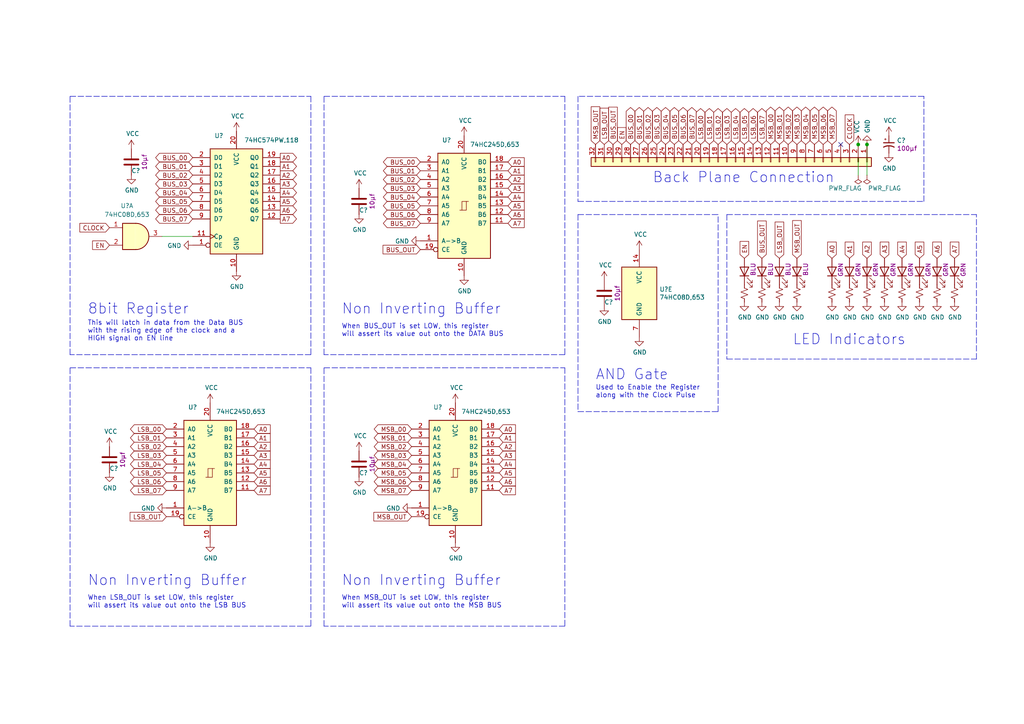
<source format=kicad_sch>
(kicad_sch (version 20211123) (generator eeschema)
  (paper "A4")
  (title_block (title "8-bit General Purpose Register") (date "2022-01-18") (rev "2") (company "theWickedWebDev/8-bit-computer"))
  (lib_symbols
    (symbol "74xx:74LS08" (pin_names (offset 1.016))
      (property "Reference" "U" (at 0 1.27 0))
      (property "Value" "74LS08" (at 0 -1.27 0))
      (symbol "74LS08_1_1"
        (pin input line (at -7.62 2.54 0) (length 3.81) (name "~") (number "1"))
        (pin input line (at -7.62 -2.54 0) (length 3.81) (name "~") (number "2"))
        (pin output line (at 7.62 0 180) (length 3.81) (name "~") (number "3"))
      )
      (symbol "74LS08_1_2"
        (pin input inverted (at -7.62 2.54 0) (length 4.318) (name "~") (number "1"))
        (pin input inverted (at -7.62 -2.54 0) (length 4.318) (name "~") (number "2"))
        (pin output inverted (at 7.62 0 180) (length 3.81) (name "~") (number "3"))
      )
      (symbol "74LS08_2_1"
        (pin input line (at -7.62 2.54 0) (length 3.81) (name "~") (number "4"))
        (pin input line (at -7.62 -2.54 0) (length 3.81) (name "~") (number "5"))
        (pin output line (at 7.62 0 180) (length 3.81) (name "~") (number "6"))
      )
      (symbol "74LS08_2_2"
        (pin input inverted (at -7.62 2.54 0) (length 4.318) (name "~") (number "4"))
        (pin input inverted (at -7.62 -2.54 0) (length 4.318) (name "~") (number "5"))
        (pin output inverted (at 7.62 0 180) (length 3.81) (name "~") (number "6"))
      )
      (symbol "74LS08_3_1"
        (pin input line (at -7.62 -2.54 0) (length 3.81) (name "~") (number "10"))
        (pin output line (at 7.62 0 180) (length 3.81) (name "~") (number "8"))
        (pin input line (at -7.62 2.54 0) (length 3.81) (name "~") (number "9"))
      )
      (symbol "74LS08_3_2"
        (pin input inverted (at -7.62 -2.54 0) (length 4.318) (name "~") (number "10"))
        (pin output inverted (at 7.62 0 180) (length 3.81) (name "~") (number "8"))
        (pin input inverted (at -7.62 2.54 0) (length 4.318) (name "~") (number "9"))
      )
      (symbol "74LS08_4_1"
        (pin output line (at 7.62 0 180) (length 3.81) (name "~") (number "11"))
        (pin input line (at -7.62 2.54 0) (length 3.81) (name "~") (number "12"))
        (pin input line (at -7.62 -2.54 0) (length 3.81) (name "~") (number "13"))
      )
      (symbol "74LS08_4_2"
        (pin output inverted (at 7.62 0 180) (length 3.81) (name "~") (number "11"))
        (pin input inverted (at -7.62 2.54 0) (length 4.318) (name "~") (number "12"))
        (pin input inverted (at -7.62 -2.54 0) (length 4.318) (name "~") (number "13"))
      )
      (symbol "74LS08_5_0"
        (pin power_in line (at 0 12.7 270) (length 5.08) (name "VCC") (number "14"))
        (pin power_in line (at 0 -12.7 90) (length 5.08) (name "GND") (number "7"))
      )
    )
    (symbol "74xx:74LS245" (pin_names (offset 1.016))
      (property "Reference" "U" (at -7.62 16.51 0))
      (property "Value" "74LS245" (at -7.62 -16.51 0))
      (symbol "74LS245_1_0"
        (pin input line (at -12.7 -10.16 0) (length 5.08) (name "A->B") (number "1"))
        (pin power_in line (at 0 -20.32 90) (length 5.08) (name "GND") (number "10"))
        (pin tri_state line (at 12.7 -5.08 180) (length 5.08) (name "B7") (number "11"))
        (pin tri_state line (at 12.7 -2.54 180) (length 5.08) (name "B6") (number "12"))
        (pin tri_state line (at 12.7 0 180) (length 5.08) (name "B5") (number "13"))
        (pin tri_state line (at 12.7 2.54 180) (length 5.08) (name "B4") (number "14"))
        (pin tri_state line (at 12.7 5.08 180) (length 5.08) (name "B3") (number "15"))
        (pin tri_state line (at 12.7 7.62 180) (length 5.08) (name "B2") (number "16"))
        (pin tri_state line (at 12.7 10.16 180) (length 5.08) (name "B1") (number "17"))
        (pin tri_state line (at 12.7 12.7 180) (length 5.08) (name "B0") (number "18"))
        (pin input inverted (at -12.7 -12.7 0) (length 5.08) (name "CE") (number "19"))
        (pin tri_state line (at -12.7 12.7 0) (length 5.08) (name "A0") (number "2"))
        (pin power_in line (at 0 20.32 270) (length 5.08) (name "VCC") (number "20"))
        (pin tri_state line (at -12.7 10.16 0) (length 5.08) (name "A1") (number "3"))
        (pin tri_state line (at -12.7 7.62 0) (length 5.08) (name "A2") (number "4"))
        (pin tri_state line (at -12.7 5.08 0) (length 5.08) (name "A3") (number "5"))
        (pin tri_state line (at -12.7 2.54 0) (length 5.08) (name "A4") (number "6"))
        (pin tri_state line (at -12.7 0 0) (length 5.08) (name "A5") (number "7"))
        (pin tri_state line (at -12.7 -2.54 0) (length 5.08) (name "A6") (number "8"))
        (pin tri_state line (at -12.7 -5.08 0) (length 5.08) (name "A7") (number "9"))
      )
    )
    (symbol "74xx:74LS574" (pin_names (offset 1.016))
      (property "Reference" "U" (at -7.62 16.51 0))
      (property "Value" "74LS574" (at -7.62 -16.51 0))
      (symbol "74LS574_1_0"
        (pin input inverted (at -12.7 -12.7 0) (length 5.08) (name "OE") (number "1"))
        (pin power_in line (at 0 -20.32 90) (length 5.08) (name "GND") (number "10"))
        (pin input clock (at -12.7 -10.16 0) (length 5.08) (name "Cp") (number "11"))
        (pin tri_state line (at 12.7 -5.08 180) (length 5.08) (name "Q7") (number "12"))
        (pin tri_state line (at 12.7 -2.54 180) (length 5.08) (name "Q6") (number "13"))
        (pin tri_state line (at 12.7 0 180) (length 5.08) (name "Q5") (number "14"))
        (pin tri_state line (at 12.7 2.54 180) (length 5.08) (name "Q4") (number "15"))
        (pin tri_state line (at 12.7 5.08 180) (length 5.08) (name "Q3") (number "16"))
        (pin tri_state line (at 12.7 7.62 180) (length 5.08) (name "Q2") (number "17"))
        (pin tri_state line (at 12.7 10.16 180) (length 5.08) (name "Q1") (number "18"))
        (pin tri_state line (at 12.7 12.7 180) (length 5.08) (name "Q0") (number "19"))
        (pin input line (at -12.7 12.7 0) (length 5.08) (name "D0") (number "2"))
        (pin power_in line (at 0 20.32 270) (length 5.08) (name "VCC") (number "20"))
        (pin input line (at -12.7 10.16 0) (length 5.08) (name "D1") (number "3"))
        (pin input line (at -12.7 7.62 0) (length 5.08) (name "D2") (number "4"))
        (pin input line (at -12.7 5.08 0) (length 5.08) (name "D3") (number "5"))
        (pin input line (at -12.7 2.54 0) (length 5.08) (name "D4") (number "6"))
        (pin input line (at -12.7 0 0) (length 5.08) (name "D5") (number "7"))
        (pin input line (at -12.7 -2.54 0) (length 5.08) (name "D6") (number "8"))
        (pin input line (at -12.7 -5.08 0) (length 5.08) (name "D7") (number "9"))
      )
    )
    (symbol "Connector_Generic:Conn_01x32" (pin_names (offset 1.016) hide)
      (property "Reference" "J" (at 0 40.64 0))
      (property "Value" "Conn_01x32" (at 0 -43.18 0))
      (symbol "Conn_01x32_1_1"
        (pin passive line (at -5.08 38.1 0) (length 3.81) (name "Pin_1") (number "1"))
        (pin passive line (at -5.08 15.24 0) (length 3.81) (name "Pin_10") (number "10"))
        (pin passive line (at -5.08 12.7 0) (length 3.81) (name "Pin_11") (number "11"))
        (pin passive line (at -5.08 10.16 0) (length 3.81) (name "Pin_12") (number "12"))
        (pin passive line (at -5.08 7.62 0) (length 3.81) (name "Pin_13") (number "13"))
        (pin passive line (at -5.08 5.08 0) (length 3.81) (name "Pin_14") (number "14"))
        (pin passive line (at -5.08 2.54 0) (length 3.81) (name "Pin_15") (number "15"))
        (pin passive line (at -5.08 0 0) (length 3.81) (name "Pin_16") (number "16"))
        (pin passive line (at -5.08 -2.54 0) (length 3.81) (name "Pin_17") (number "17"))
        (pin passive line (at -5.08 -5.08 0) (length 3.81) (name "Pin_18") (number "18"))
        (pin passive line (at -5.08 -7.62 0) (length 3.81) (name "Pin_19") (number "19"))
        (pin passive line (at -5.08 35.56 0) (length 3.81) (name "Pin_2") (number "2"))
        (pin passive line (at -5.08 -10.16 0) (length 3.81) (name "Pin_20") (number "20"))
        (pin passive line (at -5.08 -12.7 0) (length 3.81) (name "Pin_21") (number "21"))
        (pin passive line (at -5.08 -15.24 0) (length 3.81) (name "Pin_22") (number "22"))
        (pin passive line (at -5.08 -17.78 0) (length 3.81) (name "Pin_23") (number "23"))
        (pin passive line (at -5.08 -20.32 0) (length 3.81) (name "Pin_24") (number "24"))
        (pin passive line (at -5.08 -22.86 0) (length 3.81) (name "Pin_25") (number "25"))
        (pin passive line (at -5.08 -25.4 0) (length 3.81) (name "Pin_26") (number "26"))
        (pin passive line (at -5.08 -27.94 0) (length 3.81) (name "Pin_27") (number "27"))
        (pin passive line (at -5.08 -30.48 0) (length 3.81) (name "Pin_28") (number "28"))
        (pin passive line (at -5.08 -33.02 0) (length 3.81) (name "Pin_29") (number "29"))
        (pin passive line (at -5.08 33.02 0) (length 3.81) (name "Pin_3") (number "3"))
        (pin passive line (at -5.08 -35.56 0) (length 3.81) (name "Pin_30") (number "30"))
        (pin passive line (at -5.08 -38.1 0) (length 3.81) (name "Pin_31") (number "31"))
        (pin passive line (at -5.08 -40.64 0) (length 3.81) (name "Pin_32") (number "32"))
        (pin passive line (at -5.08 30.48 0) (length 3.81) (name "Pin_4") (number "4"))
        (pin passive line (at -5.08 27.94 0) (length 3.81) (name "Pin_5") (number "5"))
        (pin passive line (at -5.08 25.4 0) (length 3.81) (name "Pin_6") (number "6"))
        (pin passive line (at -5.08 22.86 0) (length 3.81) (name "Pin_7") (number "7"))
        (pin passive line (at -5.08 20.32 0) (length 3.81) (name "Pin_8") (number "8"))
        (pin passive line (at -5.08 17.78 0) (length 3.81) (name "Pin_9") (number "9"))
      )
    )
    (symbol "Device:C" (pin_numbers hide) (pin_names (offset 0.254))
      (property "Reference" "C" (at 0.635 2.54 0))
      (property "Value" "C" (at 0.635 -2.54 0))
      (symbol "C_1_1"
        (pin passive line (at 0 3.81 270) (length 2.794) (name "~") (number "1"))
        (pin passive line (at 0 -3.81 90) (length 2.794) (name "~") (number "2"))
      )
    )
    (symbol "Device:CP1_Small" (pin_numbers hide) (pin_names (offset 0.254) hide)
      (property "Reference" "C" (at 0.254 1.778 0))
      (property "Value" "Device_CP1_Small" (at 0.254 -2.032 0))
      (symbol "CP1_Small_1_1"
        (pin passive line (at 0 2.54 270) (length 2.032) (name "~") (number "1"))
        (pin passive line (at 0 -2.54 90) (length 2.032) (name "~") (number "2"))
      )
    )
    (symbol "Device:LED" (pin_numbers hide) (pin_names (offset 1.016) hide)
      (property "Reference" "D" (at 0 2.54 0))
      (property "Value" "LED" (at 0 -2.54 0))
      (symbol "LED_1_1"
        (pin passive line (at -3.81 0 0) (length 2.54) (name "K") (number "1"))
        (pin passive line (at 3.81 0 180) (length 2.54) (name "A") (number "2"))
      )
    )
    (symbol "Device:R_Small_US" (pin_numbers hide) (pin_names (offset 0.254) hide)
      (property "Reference" "R" (at 0.762 0.508 0))
      (property "Value" "R_Small_US" (at 0.762 -1.016 0))
      (symbol "R_Small_US_1_1"
        (pin passive line (at 0 2.54 270) (length 1.016) (name "~") (number "1"))
        (pin passive line (at 0 -2.54 90) (length 1.016) (name "~") (number "2"))
      )
    )
    (symbol "power:GND" (power) (pin_names (offset 0))
      (property "Value" "GND" (at 0 -3.81 0))
      (symbol "GND_1_1"
        (pin power_in line (at 0 0 270) (length 0) hide (name "GND") (number "1"))
      )
    )
    (symbol "power:PWR_FLAG" (power) (pin_numbers hide) (pin_names (offset 0) hide)
      (property "Value" "PWR_FLAG" (at 0 3.81 0))
      (symbol "PWR_FLAG_0_0"
        (pin power_out line (at 0 0 90) (length 0) (name "pwr") (number "1"))
      )
    )
    (symbol "power:VCC" (power) (pin_names (offset 0))
      (property "Value" "VCC" (at 0 3.81 0))
      (symbol "VCC_1_1"
        (pin power_in line (at 0 0 90) (length 0) hide (name "VCC") (number "1"))
      )
    )
  )
  (junction (at 251.46 41.91))
  (junction (at 248.92 41.91))
  (no_connect (at 243.84 41.91))
  (polyline (pts (xy 167.64 119.38) (xy 208.28 119.38)))
  (wire (pts (xy 248.92 50.8) (xy 248.92 41.91)))
  (wire (pts (xy 251.46 50.8) (xy 251.46 41.91)))
  (polyline (pts (xy 163.83 106.68) (xy 163.83 181.61)))
  (polyline (pts (xy 167.64 62.23) (xy 167.64 119.38)))
  (polyline (pts (xy 210.82 62.23) (xy 210.82 104.14)))
  (polyline (pts (xy 283.21 104.14) (xy 283.21 62.23)))
  (polyline (pts (xy 93.98 102.87) (xy 93.98 27.94)))
  (polyline (pts (xy 90.17 181.61) (xy 20.32 181.61)))
  (polyline (pts (xy 267.97 58.42) (xy 267.97 27.94)))
  (polyline (pts (xy 20.32 102.87) (xy 20.32 27.94)))
  (polyline (pts (xy 163.83 27.94) (xy 163.83 102.87)))
  (polyline (pts (xy 90.17 106.68) (xy 90.17 181.61)))
  (polyline (pts (xy 93.98 106.68) (xy 163.83 106.68)))
  (polyline (pts (xy 167.64 27.94) (xy 167.64 58.42)))
  (polyline (pts (xy 167.64 58.42) (xy 267.97 58.42)))
  (polyline (pts (xy 93.98 27.94) (xy 163.83 27.94)))
  (polyline (pts (xy 210.82 62.23) (xy 283.21 62.23)))
  (polyline (pts (xy 208.28 119.38) (xy 208.28 62.23)))
  (polyline (pts (xy 93.98 181.61) (xy 93.98 106.68)))
  (polyline (pts (xy 163.83 181.61) (xy 93.98 181.61)))
  (polyline (pts (xy 90.17 102.87) (xy 20.32 102.87)))
  (wire (pts (xy 46.99 68.58) (xy 55.88 68.58)))
  (polyline (pts (xy 90.17 27.94) (xy 90.17 102.87)))
  (polyline (pts (xy 20.32 106.68) (xy 90.17 106.68)))
  (polyline (pts (xy 20.32 181.61) (xy 20.32 106.68)))
  (polyline (pts (xy 163.83 102.87) (xy 93.98 102.87)))
  (polyline (pts (xy 20.32 27.94) (xy 90.17 27.94)))
  (polyline (pts (xy 267.97 27.94) (xy 167.64 27.94)))
  (polyline (pts (xy 167.64 62.23) (xy 208.28 62.23)))
  (polyline (pts (xy 210.82 104.14) (xy 283.21 104.14)))
  (text "When LSB_OUT is set LOW, this register\nwill assert its value out onto the LSB BUS" (at 25.4 176.53 0) (effects (font (size 1.397 1.397)) (justify left bottom)))
  (text "When BUS_OUT is set LOW, this register\nwill assert its value out onto the DATA BUS" (at 99.06 97.79 0) (effects (font (size 1.397 1.397)) (justify left bottom)))
  (text "AND Gate" (at 172.72 110.49 0) (effects (font (size 2.9972 2.9972)) (justify left bottom)))
  (text "This will latch in data from the Data BUS\nwith the rising edge of the clock and a\nHIGH signal on EN line" (at 25.4 99.06 0) (effects (font (size 1.397 1.397)) (justify left bottom)))
  (text "Used to Enable the Register\nalong with the Clock Pulse" (at 172.72 115.57 0) (effects (font (size 1.397 1.397)) (justify left bottom)))
  (text "Non Inverting Buffer" (at 99.06 170.18 0) (effects (font (size 2.9972 2.9972)) (justify left bottom)))
  (text "LED Indicators" (at 229.87 100.33 0) (effects (font (size 2.9972 2.9972)) (justify left bottom)))
  (text "Non Inverting Buffer" (at 25.4 170.18 0) (effects (font (size 2.9972 2.9972)) (justify left bottom)))
  (text "Back Plane Connection" (at 189.23 53.34 0) (effects (font (size 2.9972 2.9972)) (justify left bottom)))
  (text "When MSB_OUT is set LOW, this register\nwill assert its value out onto the MSB BUS" (at 99.06 176.53 0) (effects (font (size 1.397 1.397)) (justify left bottom)))
  (text "8bit Register" (at 25.4 91.44 0) (effects (font (size 2.9972 2.9972)) (justify left bottom)))
  (text "Non Inverting Buffer" (at 99.06 91.44 0) (effects (font (size 2.9972 2.9972)) (justify left bottom)))
  (global_label "BUS_06" (shape tri_state) (at 55.88 60.96 180) (property "Intersheet References" "${INTERSHEET_REFS}" (effects hide)))
  (global_label "MSB_04" (shape tri_state) (at 119.38 134.62 180) (property "Intersheet References" "${INTERSHEET_REFS}" (effects hide)))
  (global_label "A2" (shape input) (at 147.32 52.07 0) (property "Intersheet References" "${INTERSHEET_REFS}" (effects hide)))
  (global_label "LSB_04" (shape tri_state) (at 48.26 134.62 180) (property "Intersheet References" "${INTERSHEET_REFS}" (effects hide)))
  (global_label "MSB_05" (shape tri_state) (at 236.22 41.91 90) (property "Intersheet References" "${INTERSHEET_REFS}" (effects hide)))
  (global_label "LSB_02" (shape tri_state) (at 208.28 41.91 90) (property "Intersheet References" "${INTERSHEET_REFS}" (effects hide)))
  (global_label "MSB_03" (shape tri_state) (at 231.14 41.91 90) (property "Intersheet References" "${INTERSHEET_REFS}" (effects hide)))
  (global_label "BUS_02" (shape tri_state) (at 121.92 52.07 180) (property "Intersheet References" "${INTERSHEET_REFS}" (effects hide)))
  (global_label "LSB_01" (shape tri_state) (at 205.74 41.91 90) (property "Intersheet References" "${INTERSHEET_REFS}" (effects hide)))
  (global_label "A3" (shape output) (at 81.28 53.34 0) (property "Intersheet References" "${INTERSHEET_REFS}" (effects hide)))
  (global_label "A4" (shape input) (at 147.32 57.15 0) (property "Intersheet References" "${INTERSHEET_REFS}" (effects hide)))
  (global_label "A5" (shape input) (at 73.66 137.16 0) (property "Intersheet References" "${INTERSHEET_REFS}" (effects hide)))
  (global_label "EN" (shape input) (at 180.34 41.91 90) (property "Intersheet References" "${INTERSHEET_REFS}" (effects hide)))
  (global_label "BUS_00" (shape tri_state) (at 121.92 46.99 180) (property "Intersheet References" "${INTERSHEET_REFS}" (effects hide)))
  (global_label "BUS_07" (shape tri_state) (at 200.66 41.91 90) (property "Intersheet References" "${INTERSHEET_REFS}" (effects hide)))
  (global_label "LSB_05" (shape tri_state) (at 215.9 41.91 90) (property "Intersheet References" "${INTERSHEET_REFS}" (effects hide)))
  (global_label "BUS_OUT" (shape input) (at 220.98 74.93 90) (property "Intersheet References" "${INTERSHEET_REFS}" (effects hide)))
  (global_label "A2" (shape output) (at 81.28 50.8 0) (property "Intersheet References" "${INTERSHEET_REFS}" (effects hide)))
  (global_label "BUS_OUT" (shape input) (at 177.8 41.91 90) (property "Intersheet References" "${INTERSHEET_REFS}" (effects hide)))
  (global_label "A6" (shape input) (at 147.32 62.23 0) (property "Intersheet References" "${INTERSHEET_REFS}" (effects hide)))
  (global_label "A4" (shape input) (at 144.78 134.62 0) (property "Intersheet References" "${INTERSHEET_REFS}" (effects hide)))
  (global_label "A7" (shape input) (at 144.78 142.24 0) (property "Intersheet References" "${INTERSHEET_REFS}" (effects hide)))
  (global_label "MSB_03" (shape tri_state) (at 119.38 132.08 180) (property "Intersheet References" "${INTERSHEET_REFS}" (effects hide)))
  (global_label "LSB_OUT" (shape input) (at 48.26 149.86 180) (property "Intersheet References" "${INTERSHEET_REFS}" (effects hide)))
  (global_label "A1" (shape input) (at 246.38 74.93 90) (property "Intersheet References" "${INTERSHEET_REFS}" (effects hide)))
  (global_label "BUS_01" (shape tri_state) (at 121.92 49.53 180) (property "Intersheet References" "${INTERSHEET_REFS}" (effects hide)))
  (global_label "LSB_07" (shape tri_state) (at 220.98 41.91 90) (property "Intersheet References" "${INTERSHEET_REFS}" (effects hide)))
  (global_label "MSB_OUT" (shape input) (at 231.14 74.93 90) (property "Intersheet References" "${INTERSHEET_REFS}" (effects hide)))
  (global_label "A7" (shape input) (at 276.86 74.93 90) (property "Intersheet References" "${INTERSHEET_REFS}" (effects hide)))
  (global_label "BUS_02" (shape tri_state) (at 55.88 50.8 180) (property "Intersheet References" "${INTERSHEET_REFS}" (effects hide)))
  (global_label "A6" (shape input) (at 144.78 139.7 0) (property "Intersheet References" "${INTERSHEET_REFS}" (effects hide)))
  (global_label "BUS_01" (shape tri_state) (at 55.88 48.26 180) (property "Intersheet References" "${INTERSHEET_REFS}" (effects hide)))
  (global_label "A1" (shape input) (at 73.66 127 0) (property "Intersheet References" "${INTERSHEET_REFS}" (effects hide)))
  (global_label "A7" (shape output) (at 81.28 63.5 0) (property "Intersheet References" "${INTERSHEET_REFS}" (effects hide)))
  (global_label "A7" (shape input) (at 73.66 142.24 0) (property "Intersheet References" "${INTERSHEET_REFS}" (effects hide)))
  (global_label "A3" (shape input) (at 256.54 74.93 90) (property "Intersheet References" "${INTERSHEET_REFS}" (effects hide)))
  (global_label "A1" (shape input) (at 144.78 127 0) (property "Intersheet References" "${INTERSHEET_REFS}" (effects hide)))
  (global_label "A5" (shape input) (at 144.78 137.16 0) (property "Intersheet References" "${INTERSHEET_REFS}" (effects hide)))
  (global_label "A5" (shape output) (at 81.28 58.42 0) (property "Intersheet References" "${INTERSHEET_REFS}" (effects hide)))
  (global_label "MSB_OUT" (shape input) (at 172.72 41.91 90) (property "Intersheet References" "${INTERSHEET_REFS}" (effects hide)))
  (global_label "BUS_03" (shape tri_state) (at 55.88 53.34 180) (property "Intersheet References" "${INTERSHEET_REFS}" (effects hide)))
  (global_label "BUS_01" (shape tri_state) (at 185.42 41.91 90) (property "Intersheet References" "${INTERSHEET_REFS}" (effects hide)))
  (global_label "LSB_01" (shape tri_state) (at 48.26 127 180) (property "Intersheet References" "${INTERSHEET_REFS}" (effects hide)))
  (global_label "A1" (shape input) (at 147.32 49.53 0) (property "Intersheet References" "${INTERSHEET_REFS}" (effects hide)))
  (global_label "MSB_02" (shape tri_state) (at 119.38 129.54 180) (property "Intersheet References" "${INTERSHEET_REFS}" (effects hide)))
  (global_label "A6" (shape output) (at 81.28 60.96 0) (property "Intersheet References" "${INTERSHEET_REFS}" (effects hide)))
  (global_label "EN" (shape input) (at 31.75 71.12 180) (property "Intersheet References" "${INTERSHEET_REFS}" (effects hide)))
  (global_label "A4" (shape output) (at 81.28 55.88 0) (property "Intersheet References" "${INTERSHEET_REFS}" (effects hide)))
  (global_label "MSB_05" (shape tri_state) (at 119.38 137.16 180) (property "Intersheet References" "${INTERSHEET_REFS}" (effects hide)))
  (global_label "A0" (shape input) (at 73.66 124.46 0) (property "Intersheet References" "${INTERSHEET_REFS}" (effects hide)))
  (global_label "MSB_04" (shape tri_state) (at 233.68 41.91 90) (property "Intersheet References" "${INTERSHEET_REFS}" (effects hide)))
  (global_label "LSB_05" (shape tri_state) (at 48.26 137.16 180) (property "Intersheet References" "${INTERSHEET_REFS}" (effects hide)))
  (global_label "BUS_07" (shape tri_state) (at 55.88 63.5 180) (property "Intersheet References" "${INTERSHEET_REFS}" (effects hide)))
  (global_label "MSB_07" (shape tri_state) (at 241.3 41.91 90) (property "Intersheet References" "${INTERSHEET_REFS}" (effects hide)))
  (global_label "BUS_03" (shape tri_state) (at 121.92 54.61 180) (property "Intersheet References" "${INTERSHEET_REFS}" (effects hide)))
  (global_label "MSB_00" (shape tri_state) (at 119.38 124.46 180) (property "Intersheet References" "${INTERSHEET_REFS}" (effects hide)))
  (global_label "A4" (shape input) (at 73.66 134.62 0) (property "Intersheet References" "${INTERSHEET_REFS}" (effects hide)))
  (global_label "A3" (shape input) (at 147.32 54.61 0) (property "Intersheet References" "${INTERSHEET_REFS}" (effects hide)))
  (global_label "A0" (shape output) (at 81.28 45.72 0) (property "Intersheet References" "${INTERSHEET_REFS}" (effects hide)))
  (global_label "BUS_04" (shape tri_state) (at 55.88 55.88 180) (property "Intersheet References" "${INTERSHEET_REFS}" (effects hide)))
  (global_label "BUS_OUT" (shape input) (at 121.92 72.39 180) (property "Intersheet References" "${INTERSHEET_REFS}" (effects hide)))
  (global_label "BUS_06" (shape tri_state) (at 121.92 62.23 180) (property "Intersheet References" "${INTERSHEET_REFS}" (effects hide)))
  (global_label "BUS_03" (shape tri_state) (at 190.5 41.91 90) (property "Intersheet References" "${INTERSHEET_REFS}" (effects hide)))
  (global_label "A2" (shape input) (at 144.78 129.54 0) (property "Intersheet References" "${INTERSHEET_REFS}" (effects hide)))
  (global_label "BUS_02" (shape tri_state) (at 187.96 41.91 90) (property "Intersheet References" "${INTERSHEET_REFS}" (effects hide)))
  (global_label "A1" (shape output) (at 81.28 48.26 0) (property "Intersheet References" "${INTERSHEET_REFS}" (effects hide)))
  (global_label "A6" (shape input) (at 73.66 139.7 0) (property "Intersheet References" "${INTERSHEET_REFS}" (effects hide)))
  (global_label "MSB_01" (shape tri_state) (at 119.38 127 180) (property "Intersheet References" "${INTERSHEET_REFS}" (effects hide)))
  (global_label "BUS_05" (shape tri_state) (at 55.88 58.42 180) (property "Intersheet References" "${INTERSHEET_REFS}" (effects hide)))
  (global_label "CLOCK" (shape input) (at 31.75 66.04 180) (property "Intersheet References" "${INTERSHEET_REFS}" (effects hide)))
  (global_label "BUS_06" (shape tri_state) (at 198.12 41.91 90) (property "Intersheet References" "${INTERSHEET_REFS}" (effects hide)))
  (global_label "BUS_05" (shape tri_state) (at 195.58 41.91 90) (property "Intersheet References" "${INTERSHEET_REFS}" (effects hide)))
  (global_label "LSB_03" (shape tri_state) (at 48.26 132.08 180) (property "Intersheet References" "${INTERSHEET_REFS}" (effects hide)))
  (global_label "BUS_05" (shape tri_state) (at 121.92 59.69 180) (property "Intersheet References" "${INTERSHEET_REFS}" (effects hide)))
  (global_label "LSB_OUT" (shape input) (at 226.06 74.93 90) (property "Intersheet References" "${INTERSHEET_REFS}" (effects hide)))
  (global_label "LSB_03" (shape tri_state) (at 210.82 41.91 90) (property "Intersheet References" "${INTERSHEET_REFS}" (effects hide)))
  (global_label "LSB_OUT" (shape input) (at 175.26 41.91 90) (property "Intersheet References" "${INTERSHEET_REFS}" (effects hide)))
  (global_label "BUS_04" (shape tri_state) (at 121.92 57.15 180) (property "Intersheet References" "${INTERSHEET_REFS}" (effects hide)))
  (global_label "CLOCK" (shape input) (at 246.38 41.91 90) (property "Intersheet References" "${INTERSHEET_REFS}" (effects hide)))
  (global_label "MSB_01" (shape tri_state) (at 226.06 41.91 90) (property "Intersheet References" "${INTERSHEET_REFS}" (effects hide)))
  (global_label "LSB_06" (shape tri_state) (at 48.26 139.7 180) (property "Intersheet References" "${INTERSHEET_REFS}" (effects hide)))
  (global_label "A2" (shape input) (at 73.66 129.54 0) (property "Intersheet References" "${INTERSHEET_REFS}" (effects hide)))
  (global_label "A0" (shape input) (at 147.32 46.99 0) (property "Intersheet References" "${INTERSHEET_REFS}" (effects hide)))
  (global_label "BUS_04" (shape tri_state) (at 193.04 41.91 90) (property "Intersheet References" "${INTERSHEET_REFS}" (effects hide)))
  (global_label "LSB_00" (shape tri_state) (at 48.26 124.46 180) (property "Intersheet References" "${INTERSHEET_REFS}" (effects hide)))
  (global_label "BUS_07" (shape tri_state) (at 121.92 64.77 180) (property "Intersheet References" "${INTERSHEET_REFS}" (effects hide)))
  (global_label "BUS_00" (shape tri_state) (at 182.88 41.91 90) (property "Intersheet References" "${INTERSHEET_REFS}" (effects hide)))
  (global_label "MSB_07" (shape tri_state) (at 119.38 142.24 180) (property "Intersheet References" "${INTERSHEET_REFS}" (effects hide)))
  (global_label "MSB_02" (shape tri_state) (at 228.6 41.91 90) (property "Intersheet References" "${INTERSHEET_REFS}" (effects hide)))
  (global_label "BUS_00" (shape tri_state) (at 55.88 45.72 180) (property "Intersheet References" "${INTERSHEET_REFS}" (effects hide)))
  (global_label "A0" (shape input) (at 144.78 124.46 0) (property "Intersheet References" "${INTERSHEET_REFS}" (effects hide)))
  (global_label "A4" (shape input) (at 261.62 74.93 90) (property "Intersheet References" "${INTERSHEET_REFS}" (effects hide)))
  (global_label "A7" (shape input) (at 147.32 64.77 0) (property "Intersheet References" "${INTERSHEET_REFS}" (effects hide)))
  (global_label "A0" (shape input) (at 241.3 74.93 90) (property "Intersheet References" "${INTERSHEET_REFS}" (effects hide)))
  (global_label "A6" (shape input) (at 271.78 74.93 90) (property "Intersheet References" "${INTERSHEET_REFS}" (effects hide)))
  (global_label "MSB_06" (shape tri_state) (at 238.76 41.91 90) (property "Intersheet References" "${INTERSHEET_REFS}" (effects hide)))
  (global_label "LSB_00" (shape tri_state) (at 203.2 41.91 90) (property "Intersheet References" "${INTERSHEET_REFS}" (effects hide)))
  (global_label "EN" (shape input) (at 215.9 74.93 90) (property "Intersheet References" "${INTERSHEET_REFS}" (effects hide)))
  (global_label "A5" (shape input) (at 266.7 74.93 90) (property "Intersheet References" "${INTERSHEET_REFS}" (effects hide)))
  (global_label "LSB_07" (shape tri_state) (at 48.26 142.24 180) (property "Intersheet References" "${INTERSHEET_REFS}" (effects hide)))
  (global_label "MSB_06" (shape tri_state) (at 119.38 139.7 180) (property "Intersheet References" "${INTERSHEET_REFS}" (effects hide)))
  (global_label "LSB_02" (shape tri_state) (at 48.26 129.54 180) (property "Intersheet References" "${INTERSHEET_REFS}" (effects hide)))
  (global_label "A5" (shape input) (at 147.32 59.69 0) (property "Intersheet References" "${INTERSHEET_REFS}" (effects hide)))
  (global_label "LSB_06" (shape tri_state) (at 218.44 41.91 90) (property "Intersheet References" "${INTERSHEET_REFS}" (effects hide)))
  (global_label "LSB_04" (shape tri_state) (at 213.36 41.91 90) (property "Intersheet References" "${INTERSHEET_REFS}" (effects hide)))
  (global_label "MSB_OUT" (shape input) (at 119.38 149.86 180) (property "Intersheet References" "${INTERSHEET_REFS}" (effects hide)))
  (global_label "A3" (shape input) (at 144.78 132.08 0) (property "Intersheet References" "${INTERSHEET_REFS}" (effects hide)))
  (global_label "MSB_00" (shape tri_state) (at 223.52 41.91 90) (property "Intersheet References" "${INTERSHEET_REFS}" (effects hide)))
  (global_label "A3" (shape input) (at 73.66 132.08 0) (property "Intersheet References" "${INTERSHEET_REFS}" (effects hide)))
  (global_label "A2" (shape input) (at 251.46 74.93 90) (property "Intersheet References" "${INTERSHEET_REFS}" (effects hide)))
  (symbol (lib_id "74xx:74LS574") (at 68.58 58.42 0) (unit 1)
    (property "Reference" "U?" (at 63.5 39.37 0))
    (property "Value" "74HC574PW,118" (at 78.74 40.64 0))
    (property "Footprint" "Package_SO:TSSOP-20_4.4x6.5mm_P0.65mm" (effects hide))
    (property "Datasheet" "https://datasheet.lcsc.com/lcsc/1809291811_Nexperia-74HC574PW,118_C93762.pdf" (effects hide))
    (property "JLCPCB" "C93762" (effects hide))
    (property "Description" "D Type 74HC Tri-State,Non-Inverted TSSOP-20 Flip Flops ROHS" (effects hide))
    (property "JCLC" "C93762" (effects hide))
  )
  (symbol (lib_id "74xx:74LS08") (at 39.37 68.58 0) (unit 1)
    (property "Reference" "U?" (at 36.83 59.69 0))
    (property "Value" "74HC08D,653" (at 36.83 62.23 0))
    (property "Footprint" "Package_SO:SOIC-14_3.9x8.7mm_P1.27mm" (effects hide))
    (property "Datasheet" "https://datasheet.lcsc.com/lcsc/2006241032_Nexperia-74HC08D,653_C5593.pdf" (effects hide))
  )
  (symbol (lib_id "74xx:74LS245") (at 134.62 59.69 0) (unit 1)
    (property "Reference" "U?" (at 129.54 40.64 0))
    (property "Value" "74HC245D,653" (at 143.51 41.91 0))
    (property "Footprint" "Package_SO:SO-20_12.8x7.5mm_P1.27mm" (effects hide))
    (property "Datasheet" "https://datasheet.lcsc.com/lcsc/1811131630_Nexperia-74HC245D,653_C5625.pdf" (effects hide))
    (property "JLCPCB" "C5625" (effects hide))
    (property "Description" "Transceiver, Non-Inverting 3-State Outputs SOIC-20_300mil 74 Series ROHS" (effects hide))
    (property "JCLC" "C5625" (effects hide))
  )
  (symbol (lib_id "Device:LED") (at 241.3 78.74 90) (unit 1)
    (property "Reference" "D?" (effects hide))
    (property "Value" "19-217/GHC-YR1S2/3T" (effects hide))
    (property "Footprint" "LED_SMD:LED_0603_1608Metric" (effects hide))
    (property "Datasheet" "https://datasheet.lcsc.com/lcsc/1811101510_Everlight-Elec-19-217-GHC-YR1S2-3T_C72043.pdf" (effects hide))
    (property "JLCPCB" "C72043" (effects hide))
    (property "Color" "GRN" (at 243.84 76.2 0) (effects (justify right)))
    (property "JCLC" "C72043" (effects hide))
  )
  (symbol (lib_id "Device:R_Small_US") (at 241.3 85.09 0) (unit 1)
    (property "Reference" "R?" (effects hide))
    (property "Value" "0402WGF1001TCE" (effects hide))
    (property "Footprint" "Resistor_SMD:R_0402_1005Metric" (effects hide))
    (property "Datasheet" "https://datasheet.lcsc.com/lcsc/1811132311_UNI-ROYAL-Uniroyal-Elec-0402WGF1001TCE_C11702.pdf" (effects hide))
    (property "Description" "±1% 1/16W ±100ppm/℃ 1kΩ 0402 Chip Resistor - Surface Mount ROHS" (effects hide))
    (property "JLCPCB" "C11702" (effects hide))
    (property "JCLC" "C11702" (effects hide))
  )
  (symbol (lib_id "power:GND") (at 241.3 87.63 0) (unit 1)
    (property "Reference" "#PWR?" (effects hide))
    (property "Value" "GND" (at 241.427 92.0242 0))
  )
  (symbol (lib_id "power:GND") (at 68.58 78.74 0) (unit 1)
    (property "Reference" "#PWR?" (effects hide))
    (property "Value" "GND" (at 68.707 83.1342 0))
  )
  (symbol (lib_id "power:GND") (at 134.62 80.01 0) (unit 1)
    (property "Reference" "#PWR?" (effects hide))
    (property "Value" "GND" (at 134.747 84.4042 0))
  )
  (symbol (lib_id "power:VCC") (at 68.58 38.1 0) (unit 1)
    (property "Reference" "#PWR?" (effects hide))
    (property "Value" "VCC" (at 68.961 33.7058 0))
  )
  (symbol (lib_id "power:VCC") (at 134.62 39.37 0) (unit 1)
    (property "Reference" "#PWR?" (effects hide))
    (property "Value" "VCC" (at 135.001 34.9758 0))
  )
  (symbol (lib_id "power:GND") (at 55.88 71.12 270) (unit 1)
    (property "Reference" "#PWR?" (effects hide))
    (property "Value" "GND" (at 52.6288 71.247 90) (effects (justify right)))
  )
  (symbol (lib_id "power:GND") (at 121.92 69.85 270) (unit 1)
    (property "Reference" "#PWR?" (effects hide))
    (property "Value" "GND" (at 118.6688 69.977 90) (effects (justify right)))
  )
  (symbol (lib_id "Device:LED") (at 246.38 78.74 90) (unit 1)
    (property "Reference" "D?" (effects hide))
    (property "Value" "19-217/GHC-YR1S2/3T" (effects hide))
    (property "Footprint" "LED_SMD:LED_0603_1608Metric" (effects hide))
    (property "Datasheet" "https://datasheet.lcsc.com/lcsc/1811101510_Everlight-Elec-19-217-GHC-YR1S2-3T_C72043.pdf" (effects hide))
    (property "JLCPCB" "C72043" (effects hide))
    (property "Color" "GRN" (at 248.92 76.2 0) (effects (justify right)))
    (property "JCLC" "C72043" (effects hide))
  )
  (symbol (lib_id "Device:R_Small_US") (at 246.38 85.09 0) (unit 1)
    (property "Reference" "R?" (effects hide))
    (property "Value" "0402WGF1001TCE" (effects hide))
    (property "Footprint" "Resistor_SMD:R_0402_1005Metric" (effects hide))
    (property "Datasheet" "https://datasheet.lcsc.com/lcsc/1811132311_UNI-ROYAL-Uniroyal-Elec-0402WGF1001TCE_C11702.pdf" (effects hide))
    (property "Description" "±1% 1/16W ±100ppm/℃ 1kΩ 0402 Chip Resistor - Surface Mount ROHS" (effects hide))
    (property "JLCPCB" "C11702" (effects hide))
    (property "JCLC" "C11702" (effects hide))
  )
  (symbol (lib_id "power:GND") (at 246.38 87.63 0) (unit 1)
    (property "Reference" "#PWR?" (effects hide))
    (property "Value" "GND" (at 246.507 92.0242 0))
  )
  (symbol (lib_id "Device:LED") (at 251.46 78.74 90) (unit 1)
    (property "Reference" "D?" (effects hide))
    (property "Value" "19-217/GHC-YR1S2/3T" (effects hide))
    (property "Footprint" "LED_SMD:LED_0603_1608Metric" (effects hide))
    (property "Datasheet" "https://datasheet.lcsc.com/lcsc/1811101510_Everlight-Elec-19-217-GHC-YR1S2-3T_C72043.pdf" (effects hide))
    (property "JLCPCB" "C72043" (effects hide))
    (property "Color" "GRN" (at 254 76.2 0) (effects (justify right)))
    (property "JCLC" "C72043" (effects hide))
  )
  (symbol (lib_id "Device:R_Small_US") (at 251.46 85.09 0) (unit 1)
    (property "Reference" "R?" (effects hide))
    (property "Value" "0402WGF1001TCE" (effects hide))
    (property "Footprint" "Resistor_SMD:R_0402_1005Metric" (effects hide))
    (property "Datasheet" "https://datasheet.lcsc.com/lcsc/1811132311_UNI-ROYAL-Uniroyal-Elec-0402WGF1001TCE_C11702.pdf" (effects hide))
    (property "Description" "±1% 1/16W ±100ppm/℃ 1kΩ 0402 Chip Resistor - Surface Mount ROHS" (effects hide))
    (property "JLCPCB" "C11702" (effects hide))
    (property "JCLC" "C11702" (effects hide))
  )
  (symbol (lib_id "power:GND") (at 251.46 87.63 0) (unit 1)
    (property "Reference" "#PWR?" (effects hide))
    (property "Value" "GND" (at 251.587 92.0242 0))
  )
  (symbol (lib_id "Device:LED") (at 256.54 78.74 90) (unit 1)
    (property "Reference" "D?" (effects hide))
    (property "Value" "19-217/GHC-YR1S2/3T" (effects hide))
    (property "Footprint" "LED_SMD:LED_0603_1608Metric" (effects hide))
    (property "Datasheet" "https://datasheet.lcsc.com/lcsc/1811101510_Everlight-Elec-19-217-GHC-YR1S2-3T_C72043.pdf" (effects hide))
    (property "JLCPCB" "C72043" (effects hide))
    (property "Color" "GRN" (at 259.08 76.2 0) (effects (justify right)))
    (property "JCLC" "C72043" (effects hide))
  )
  (symbol (lib_id "Device:R_Small_US") (at 256.54 85.09 0) (unit 1)
    (property "Reference" "R?" (effects hide))
    (property "Value" "0402WGF1001TCE" (effects hide))
    (property "Footprint" "Resistor_SMD:R_0402_1005Metric" (effects hide))
    (property "Datasheet" "https://datasheet.lcsc.com/lcsc/1811132311_UNI-ROYAL-Uniroyal-Elec-0402WGF1001TCE_C11702.pdf" (effects hide))
    (property "Description" "±1% 1/16W ±100ppm/℃ 1kΩ 0402 Chip Resistor - Surface Mount ROHS" (effects hide))
    (property "JLCPCB" "C11702" (effects hide))
    (property "JCLC" "C11702" (effects hide))
  )
  (symbol (lib_id "power:GND") (at 256.54 87.63 0) (unit 1)
    (property "Reference" "#PWR?" (effects hide))
    (property "Value" "GND" (at 256.667 92.0242 0))
  )
  (symbol (lib_id "Device:LED") (at 261.62 78.74 90) (unit 1)
    (property "Reference" "D?" (effects hide))
    (property "Value" "19-217/GHC-YR1S2/3T" (effects hide))
    (property "Footprint" "LED_SMD:LED_0603_1608Metric" (effects hide))
    (property "Datasheet" "https://datasheet.lcsc.com/lcsc/1811101510_Everlight-Elec-19-217-GHC-YR1S2-3T_C72043.pdf" (effects hide))
    (property "JLCPCB" "C72043" (effects hide))
    (property "Color" "GRN" (at 264.16 76.2 0) (effects (justify right)))
    (property "JCLC" "C72043" (effects hide))
  )
  (symbol (lib_id "Device:R_Small_US") (at 261.62 85.09 0) (unit 1)
    (property "Reference" "R?" (effects hide))
    (property "Value" "0402WGF1001TCE" (effects hide))
    (property "Footprint" "Resistor_SMD:R_0402_1005Metric" (effects hide))
    (property "Datasheet" "https://datasheet.lcsc.com/lcsc/1811132311_UNI-ROYAL-Uniroyal-Elec-0402WGF1001TCE_C11702.pdf" (effects hide))
    (property "Description" "±1% 1/16W ±100ppm/℃ 1kΩ 0402 Chip Resistor - Surface Mount ROHS" (effects hide))
    (property "JLCPCB" "C11702" (effects hide))
    (property "JCLC" "C11702" (effects hide))
  )
  (symbol (lib_id "power:GND") (at 261.62 87.63 0) (unit 1)
    (property "Reference" "#PWR?" (effects hide))
    (property "Value" "GND" (at 261.747 92.0242 0))
  )
  (symbol (lib_id "Device:LED") (at 266.7 78.74 90) (unit 1)
    (property "Reference" "D?" (effects hide))
    (property "Value" "19-217/GHC-YR1S2/3T" (effects hide))
    (property "Footprint" "LED_SMD:LED_0603_1608Metric" (effects hide))
    (property "Datasheet" "https://datasheet.lcsc.com/lcsc/1811101510_Everlight-Elec-19-217-GHC-YR1S2-3T_C72043.pdf" (effects hide))
    (property "JLCPCB" "C72043" (effects hide))
    (property "Color" "GRN" (at 269.24 76.2 0) (effects (justify right)))
    (property "JCLC" "C72043" (effects hide))
  )
  (symbol (lib_id "Device:R_Small_US") (at 266.7 85.09 0) (unit 1)
    (property "Reference" "R?" (effects hide))
    (property "Value" "0402WGF1001TCE" (effects hide))
    (property "Footprint" "Resistor_SMD:R_0402_1005Metric" (effects hide))
    (property "Datasheet" "https://datasheet.lcsc.com/lcsc/1811132311_UNI-ROYAL-Uniroyal-Elec-0402WGF1001TCE_C11702.pdf" (effects hide))
    (property "Description" "±1% 1/16W ±100ppm/℃ 1kΩ 0402 Chip Resistor - Surface Mount ROHS" (effects hide))
    (property "JLCPCB" "C11702" (effects hide))
    (property "JCLC" "C11702" (effects hide))
  )
  (symbol (lib_id "power:GND") (at 266.7 87.63 0) (unit 1)
    (property "Reference" "#PWR?" (effects hide))
    (property "Value" "GND" (at 266.827 92.0242 0))
  )
  (symbol (lib_id "Device:LED") (at 271.78 78.74 90) (unit 1)
    (property "Reference" "D?" (effects hide))
    (property "Value" "19-217/GHC-YR1S2/3T" (effects hide))
    (property "Footprint" "LED_SMD:LED_0603_1608Metric" (effects hide))
    (property "Datasheet" "https://datasheet.lcsc.com/lcsc/1811101510_Everlight-Elec-19-217-GHC-YR1S2-3T_C72043.pdf" (effects hide))
    (property "JLCPCB" "C72043" (effects hide))
    (property "Color" "GRN" (at 274.32 76.2 0) (effects (justify right)))
    (property "JCLC" "C72043" (effects hide))
  )
  (symbol (lib_id "Device:R_Small_US") (at 271.78 85.09 0) (unit 1)
    (property "Reference" "R?" (effects hide))
    (property "Value" "0402WGF1001TCE" (effects hide))
    (property "Footprint" "Resistor_SMD:R_0402_1005Metric" (effects hide))
    (property "Datasheet" "https://datasheet.lcsc.com/lcsc/1811132311_UNI-ROYAL-Uniroyal-Elec-0402WGF1001TCE_C11702.pdf" (effects hide))
    (property "Description" "±1% 1/16W ±100ppm/℃ 1kΩ 0402 Chip Resistor - Surface Mount ROHS" (effects hide))
    (property "JLCPCB" "C11702" (effects hide))
    (property "JCLC" "C11702" (effects hide))
  )
  (symbol (lib_id "power:GND") (at 271.78 87.63 0) (unit 1)
    (property "Reference" "#PWR?" (effects hide))
    (property "Value" "GND" (at 271.907 92.0242 0))
  )
  (symbol (lib_id "Device:LED") (at 276.86 78.74 90) (unit 1)
    (property "Reference" "D?" (effects hide))
    (property "Value" "19-217/GHC-YR1S2/3T" (effects hide))
    (property "Footprint" "LED_SMD:LED_0603_1608Metric" (effects hide))
    (property "Datasheet" "https://datasheet.lcsc.com/lcsc/1811101510_Everlight-Elec-19-217-GHC-YR1S2-3T_C72043.pdf" (effects hide))
    (property "JLCPCB" "C72043" (effects hide))
    (property "Color" "GRN" (at 279.4 76.2 0) (effects (justify right)))
    (property "JCLC" "C72043" (effects hide))
  )
  (symbol (lib_id "Device:R_Small_US") (at 276.86 85.09 0) (unit 1)
    (property "Reference" "R?" (effects hide))
    (property "Value" "0402WGF1001TCE" (effects hide))
    (property "Footprint" "Resistor_SMD:R_0402_1005Metric" (effects hide))
    (property "Datasheet" "https://datasheet.lcsc.com/lcsc/1811132311_UNI-ROYAL-Uniroyal-Elec-0402WGF1001TCE_C11702.pdf" (effects hide))
    (property "Description" "±1% 1/16W ±100ppm/℃ 1kΩ 0402 Chip Resistor - Surface Mount ROHS" (effects hide))
    (property "JLCPCB" "C11702" (effects hide))
    (property "JCLC" "C11702" (effects hide))
  )
  (symbol (lib_id "power:GND") (at 276.86 87.63 0) (unit 1)
    (property "Reference" "#PWR?" (effects hide))
    (property "Value" "GND" (at 276.987 92.0242 0))
  )
  (symbol (lib_id "Device:C") (at 38.1 46.99 0) (unit 1)
    (property "Reference" "C?" (at 38.1 49.53 0) (effects (justify left)))
    (property "Value" "CL05A106MQ5NUNC" (effects hide))
    (property "Footprint" "Capacitor_SMD:C_0402_1005Metric" (effects hide))
    (property "Datasheet" "https://datasheet.lcsc.com/lcsc/1810191215_Samsung-Electro-Mechanics-CL05A106MQ5NUNC_C15525.pdf" (effects hide))
    (property "JLCPCB" "C15525" (effects hide))
    (property "Description" "X5R 6.3V ±20% 10uF 0402 Multilayer Ceramic Capacitors MLCC - SMD/SMT ROHS" (effects hide))
    (property "C" "10µf" (at 41.91 46.99 90))
    (property "JCLC" "C15525" (effects hide))
  )
  (symbol (lib_id "power:GND") (at 38.1 50.8 0) (unit 1)
    (property "Reference" "#PWR?" (effects hide))
    (property "Value" "GND" (at 38.227 55.1942 0))
  )
  (symbol (lib_id "power:VCC") (at 38.1 43.18 0) (unit 1)
    (property "Reference" "#PWR?" (effects hide))
    (property "Value" "VCC" (at 38.481 38.7858 0))
  )
  (symbol (lib_id "Device:C") (at 104.14 58.42 0) (unit 1)
    (property "Reference" "C?" (at 104.14 60.96 0) (effects (justify left)))
    (property "Value" "CL05A106MQ5NUNC" (effects hide))
    (property "Footprint" "Capacitor_SMD:C_0402_1005Metric" (effects hide))
    (property "Datasheet" "https://datasheet.lcsc.com/lcsc/1810191215_Samsung-Electro-Mechanics-CL05A106MQ5NUNC_C15525.pdf" (effects hide))
    (property "JLCPCB" "C15525" (effects hide))
    (property "Description" "X5R 6.3V ±20% 10uF 0402 Multilayer Ceramic Capacitors MLCC - SMD/SMT ROHS" (effects hide))
    (property "C" "10µf" (at 107.95 58.42 90))
    (property "JCLC" "C15525" (effects hide))
  )
  (symbol (lib_id "power:GND") (at 104.14 62.23 0) (unit 1)
    (property "Reference" "#PWR?" (effects hide))
    (property "Value" "GND" (at 104.267 66.6242 0))
  )
  (symbol (lib_id "power:VCC") (at 104.14 54.61 0) (unit 1)
    (property "Reference" "#PWR?" (effects hide))
    (property "Value" "VCC" (at 104.521 50.2158 0))
  )
  (symbol (lib_id "Device:C") (at 31.75 133.35 0) (unit 1)
    (property "Reference" "C?" (at 31.75 135.89 0) (effects (justify left)))
    (property "Value" "CL05A106MQ5NUNC" (effects hide))
    (property "Footprint" "Capacitor_SMD:C_0402_1005Metric" (effects hide))
    (property "Datasheet" "https://datasheet.lcsc.com/lcsc/1810191215_Samsung-Electro-Mechanics-CL05A106MQ5NUNC_C15525.pdf" (effects hide))
    (property "JLCPCB" "C15525" (effects hide))
    (property "Description" "X5R 6.3V ±20% 10uF 0402 Multilayer Ceramic Capacitors MLCC - SMD/SMT ROHS" (effects hide))
    (property "C" "10µf" (at 35.56 133.35 90))
    (property "JCLC" "C15525" (effects hide))
  )
  (symbol (lib_id "power:GND") (at 31.75 137.16 0) (unit 1)
    (property "Reference" "#PWR?" (effects hide))
    (property "Value" "GND" (at 31.877 141.5542 0))
  )
  (symbol (lib_id "power:VCC") (at 31.75 129.54 0) (unit 1)
    (property "Reference" "#PWR?" (effects hide))
    (property "Value" "VCC" (at 32.131 125.1458 0))
  )
  (symbol (lib_id "Device:CP1_Small") (at 257.81 41.91 0) (unit 1)
    (property "Reference" "C?" (at 260.1214 40.7416 0) (effects (justify left)))
    (property "Value" "SMD-ECAP-5x5.8" (effects hide))
    (property "Footprint" "Capacitor_SMD:CP_Elec_5x5.8" (effects hide))
    (property "Datasheet" "https://datasheet.lcsc.com/lcsc/1810010225_Lelon-VZS101M1ATR-0506_C140924.pdf" (effects hide))
    (property "C" "100µf" (at 260.1214 43.053 0) (effects (justify left)))
    (property "JLCPCB" "C140924" (effects hide))
    (property "Description" "- - 5mm 100uF 10V -45℃~+105℃ ±20% 5.8mm 2000hrs 105℃ SMD,5x5.8mm Aluminum Electrolytic Capacitors - SMD ROHS" (effects hide))
    (property "JCLC" "C140924" (effects hide))
  )
  (symbol (lib_id "power:VCC") (at 257.81 39.37 0) (unit 1)
    (property "Reference" "#PWR?" (effects hide))
    (property "Value" "VCC" (at 258.191 34.9758 0))
  )
  (symbol (lib_id "power:GND") (at 257.81 44.45 0) (unit 1)
    (property "Reference" "#PWR?" (effects hide))
    (property "Value" "GND" (at 257.937 48.8442 0))
  )
  (symbol (lib_id "74xx:74LS08") (at 185.42 85.09 0) (unit 5)
    (property "Reference" "U?" (at 191.262 83.9216 0) (effects (justify left)))
    (property "Value" "74HC08D,653" (at 191.262 86.233 0) (effects (justify left)))
    (property "Footprint" "Package_SO:SOIC-14_3.9x8.7mm_P1.27mm" (effects hide))
    (property "Datasheet" "https://datasheet.lcsc.com/lcsc/2006241032_Nexperia-74HC08D,653_C5593.pdf" (effects hide))
    (property "JLCPCB" "C5593" (effects hide))
    (property "Description" "AND Gate - SOIC-14_150mil 74 Series ROHS" (effects hide))
  )
  (symbol (lib_id "power:VCC") (at 185.42 72.39 0) (unit 1)
    (property "Reference" "#PWR?" (effects hide))
    (property "Value" "VCC" (at 185.801 67.9958 0))
  )
  (symbol (lib_id "power:GND") (at 185.42 97.79 0) (unit 1)
    (property "Reference" "#PWR?" (effects hide))
    (property "Value" "GND" (at 185.547 102.1842 0))
  )
  (symbol (lib_id "Device:C") (at 104.14 134.62 0) (unit 1)
    (property "Reference" "C?" (at 104.14 137.16 0) (effects (justify left)))
    (property "Value" "CL05A106MQ5NUNC" (effects hide))
    (property "Footprint" "Capacitor_SMD:C_0402_1005Metric" (effects hide))
    (property "Datasheet" "https://datasheet.lcsc.com/lcsc/1810191215_Samsung-Electro-Mechanics-CL05A106MQ5NUNC_C15525.pdf" (effects hide))
    (property "JLCPCB" "C15525" (effects hide))
    (property "Description" "X5R 6.3V ±20% 10uF 0402 Multilayer Ceramic Capacitors MLCC - SMD/SMT ROHS" (effects hide))
    (property "C" "10µf" (at 107.95 134.62 90))
    (property "JCLC" "C15525" (effects hide))
  )
  (symbol (lib_id "power:GND") (at 104.14 138.43 0) (unit 1)
    (property "Reference" "#PWR?" (effects hide))
    (property "Value" "GND" (at 104.267 142.8242 0))
  )
  (symbol (lib_id "power:VCC") (at 104.14 130.81 0) (unit 1)
    (property "Reference" "#PWR?" (effects hide))
    (property "Value" "VCC" (at 104.521 126.4158 0))
  )
  (symbol (lib_id "power:GND") (at 251.46 41.91 0) (mirror x) (unit 1)
    (property "Reference" "#PWR?" (effects hide))
    (property "Value" "GND" (at 251.587 38.6588 90) (effects (justify right)))
  )
  (symbol (lib_id "power:VCC") (at 248.92 41.91 0) (mirror y) (unit 1)
    (property "Reference" "#PWR?" (effects hide))
    (property "Value" "VCC" (at 248.539 38.6842 90) (effects (justify left)))
  )
  (symbol (lib_id "power:GND") (at 231.14 87.63 0) (unit 1)
    (property "Reference" "#PWR?" (effects hide))
    (property "Value" "GND" (at 231.267 92.0242 0))
  )
  (symbol (lib_id "Device:R_Small_US") (at 231.14 85.09 0) (unit 1)
    (property "Reference" "R?" (effects hide))
    (property "Value" "0402WGF1001TCE" (effects hide))
    (property "Footprint" "Resistor_SMD:R_0402_1005Metric" (effects hide))
    (property "Datasheet" "https://datasheet.lcsc.com/lcsc/1811132311_UNI-ROYAL-Uniroyal-Elec-0402WGF1001TCE_C11702.pdf" (effects hide))
    (property "Description" "±1% 1/16W ±100ppm/℃ 1kΩ 0402 Chip Resistor - Surface Mount ROHS" (effects hide))
    (property "JLCPCB" "C11702" (effects hide))
    (property "JCLC" "C11702" (effects hide))
  )
  (symbol (lib_id "power:GND") (at 226.06 87.63 0) (unit 1)
    (property "Reference" "#PWR?" (effects hide))
    (property "Value" "GND" (at 226.187 92.0242 0))
  )
  (symbol (lib_id "Device:R_Small_US") (at 226.06 85.09 0) (unit 1)
    (property "Reference" "R?" (effects hide))
    (property "Value" "0402WGF1001TCE" (effects hide))
    (property "Footprint" "Resistor_SMD:R_0402_1005Metric" (effects hide))
    (property "Datasheet" "https://datasheet.lcsc.com/lcsc/1811132311_UNI-ROYAL-Uniroyal-Elec-0402WGF1001TCE_C11702.pdf" (effects hide))
    (property "Description" "±1% 1/16W ±100ppm/℃ 1kΩ 0402 Chip Resistor - Surface Mount ROHS" (effects hide))
    (property "JLCPCB" "C11702" (effects hide))
    (property "JCLC" "C11702" (effects hide))
  )
  (symbol (lib_id "power:GND") (at 220.98 87.63 0) (unit 1)
    (property "Reference" "#PWR?" (effects hide))
    (property "Value" "GND" (at 221.107 92.0242 0))
  )
  (symbol (lib_id "Device:R_Small_US") (at 220.98 85.09 0) (unit 1)
    (property "Reference" "R?" (effects hide))
    (property "Value" "0402WGF1001TCE" (effects hide))
    (property "Footprint" "Resistor_SMD:R_0402_1005Metric" (effects hide))
    (property "Datasheet" "https://datasheet.lcsc.com/lcsc/1811132311_UNI-ROYAL-Uniroyal-Elec-0402WGF1001TCE_C11702.pdf" (effects hide))
    (property "Description" "±1% 1/16W ±100ppm/℃ 1kΩ 0402 Chip Resistor - Surface Mount ROHS" (effects hide))
    (property "JLCPCB" "C11702" (effects hide))
    (property "JCLC" "C11702" (effects hide))
  )
  (symbol (lib_id "power:GND") (at 215.9 87.63 0) (unit 1)
    (property "Reference" "#PWR?" (effects hide))
    (property "Value" "GND" (at 216.027 92.0242 0))
  )
  (symbol (lib_id "Device:R_Small_US") (at 215.9 85.09 0) (unit 1)
    (property "Reference" "R?" (effects hide))
    (property "Value" "0402WGF1001TCE" (effects hide))
    (property "Footprint" "Resistor_SMD:R_0402_1005Metric" (effects hide))
    (property "Datasheet" "https://datasheet.lcsc.com/lcsc/1811132311_UNI-ROYAL-Uniroyal-Elec-0402WGF1001TCE_C11702.pdf" (effects hide))
    (property "Description" "±1% 1/16W ±100ppm/℃ 1kΩ 0402 Chip Resistor - Surface Mount ROHS" (effects hide))
    (property "JLCPCB" "C11702" (effects hide))
    (property "JCLC" "C11702" (effects hide))
  )
  (symbol (lib_id "Device:LED") (at 215.9 78.74 90) (unit 1)
    (property "Reference" "D?" (effects hide))
    (property "Value" "19-217/BHC-ZL1M2RY/3T" (effects hide))
    (property "Footprint" "LED_SMD:LED_0603_1608Metric" (effects hide))
    (property "Datasheet" "https://datasheet.lcsc.com/lcsc/1811101510_Everlight-Elec-19-217-BHC-ZL1M2RY-3T_C72041.pdf" (effects hide))
    (property "JLCPCB" "C72041" (effects hide))
    (property "Color" "BLU" (at 218.44 76.2 0) (effects (justify right)))
    (property "JCLC" "C72041" (effects hide))
  )
  (symbol (lib_id "Device:LED") (at 220.98 78.74 90) (unit 1)
    (property "Reference" "D?" (effects hide))
    (property "Value" "19-217/BHC-ZL1M2RY/3T" (effects hide))
    (property "Footprint" "LED_SMD:LED_0603_1608Metric" (effects hide))
    (property "Datasheet" "https://datasheet.lcsc.com/lcsc/1811101510_Everlight-Elec-19-217-BHC-ZL1M2RY-3T_C72041.pdf" (effects hide))
    (property "JLCPCB" "C72041" (effects hide))
    (property "Color" "BLU" (at 223.52 76.2 0) (effects (justify right)))
    (property "JCLC" "C72041" (effects hide))
  )
  (symbol (lib_id "Device:LED") (at 226.06 78.74 90) (unit 1)
    (property "Reference" "D?" (effects hide))
    (property "Value" "19-217/BHC-ZL1M2RY/3T" (effects hide))
    (property "Footprint" "LED_SMD:LED_0603_1608Metric" (effects hide))
    (property "Datasheet" "https://datasheet.lcsc.com/lcsc/1811101510_Everlight-Elec-19-217-BHC-ZL1M2RY-3T_C72041.pdf" (effects hide))
    (property "JLCPCB" "C72041" (effects hide))
    (property "Color" "BLU" (at 228.6 76.2 0) (effects (justify right)))
    (property "JCLC" "C72041" (effects hide))
  )
  (symbol (lib_id "Device:LED") (at 231.14 78.74 90) (unit 1)
    (property "Reference" "D?" (effects hide))
    (property "Value" "19-217/BHC-ZL1M2RY/3T" (effects hide))
    (property "Footprint" "LED_SMD:LED_0603_1608Metric" (effects hide))
    (property "Datasheet" "https://datasheet.lcsc.com/lcsc/1811101510_Everlight-Elec-19-217-BHC-ZL1M2RY-3T_C72041.pdf" (effects hide))
    (property "JLCPCB" "C72041" (effects hide))
    (property "Color" "BLU" (at 233.68 76.2 0) (effects (justify right)))
    (property "JCLC" "C72041" (effects hide))
  )
  (symbol (lib_id "74xx:74LS245") (at 60.96 137.16 0) (unit 1)
    (property "Reference" "U?" (at 55.88 118.11 0))
    (property "Value" "74HC245D,653" (at 69.85 119.38 0))
    (property "Footprint" "Package_SO:SO-20_12.8x7.5mm_P1.27mm" (effects hide))
    (property "Datasheet" "https://datasheet.lcsc.com/lcsc/1811131630_Nexperia-74HC245D,653_C5625.pdf" (effects hide))
    (property "JLCPCB" "C5625" (effects hide))
    (property "Description" "Transceiver, Non-Inverting 3-State Outputs SOIC-20_300mil 74 Series ROHS" (effects hide))
    (property "JCLC" "C5625" (effects hide))
  )
  (symbol (lib_id "power:GND") (at 60.96 157.48 0) (unit 1)
    (property "Reference" "#PWR?" (effects hide))
    (property "Value" "GND" (at 61.087 161.8742 0))
  )
  (symbol (lib_id "power:VCC") (at 60.96 116.84 0) (unit 1)
    (property "Reference" "#PWR?" (effects hide))
    (property "Value" "VCC" (at 61.341 112.4458 0))
  )
  (symbol (lib_id "power:GND") (at 48.26 147.32 270) (unit 1)
    (property "Reference" "#PWR?" (effects hide))
    (property "Value" "GND" (at 45.0088 147.447 90) (effects (justify right)))
  )
  (symbol (lib_id "74xx:74LS245") (at 132.08 137.16 0) (unit 1)
    (property "Reference" "U?" (at 127 118.11 0))
    (property "Value" "74HC245D,653" (at 140.97 119.38 0))
    (property "Footprint" "Package_SO:SO-20_12.8x7.5mm_P1.27mm" (effects hide))
    (property "Datasheet" "https://datasheet.lcsc.com/lcsc/1811131630_Nexperia-74HC245D,653_C5625.pdf" (effects hide))
    (property "JLCPCB" "C5625" (effects hide))
    (property "Description" "Transceiver, Non-Inverting 3-State Outputs SOIC-20_300mil 74 Series ROHS" (effects hide))
    (property "JCLC" "C5625" (effects hide))
  )
  (symbol (lib_id "power:GND") (at 132.08 157.48 0) (unit 1)
    (property "Reference" "#PWR?" (effects hide))
    (property "Value" "GND" (at 132.207 161.8742 0))
  )
  (symbol (lib_id "power:VCC") (at 132.08 116.84 0) (unit 1)
    (property "Reference" "#PWR?" (effects hide))
    (property "Value" "VCC" (at 132.461 112.4458 0))
  )
  (symbol (lib_id "power:GND") (at 119.38 147.32 270) (unit 1)
    (property "Reference" "#PWR?" (effects hide))
    (property "Value" "GND" (at 116.1288 147.447 90) (effects (justify right)))
  )
  (symbol (lib_id "Device:C") (at 175.26 85.09 0) (unit 1)
    (property "Reference" "C?" (at 175.26 87.63 0) (effects (justify left)))
    (property "Value" "CL05A106MQ5NUNC" (effects hide))
    (property "Footprint" "Capacitor_SMD:C_0402_1005Metric" (effects hide))
    (property "Datasheet" "https://datasheet.lcsc.com/lcsc/1810191215_Samsung-Electro-Mechanics-CL05A106MQ5NUNC_C15525.pdf" (effects hide))
    (property "JLCPCB" "C15525" (effects hide))
    (property "Description" "X5R 6.3V ±20% 10uF 0402 Multilayer Ceramic Capacitors MLCC - SMD/SMT ROHS" (effects hide))
    (property "C" "10µf" (at 179.07 85.09 90))
    (property "JCLC" "C15525" (effects hide))
  )
  (symbol (lib_id "power:GND") (at 175.26 88.9 0) (unit 1)
    (property "Reference" "#PWR?" (effects hide))
    (property "Value" "GND" (at 175.387 93.2942 0))
  )
  (symbol (lib_id "power:VCC") (at 175.26 81.28 0) (unit 1)
    (property "Reference" "#PWR?" (effects hide))
    (property "Value" "VCC" (at 175.641 76.8858 0))
  )
  (symbol (lib_id "Connector_Generic:Conn_01x32") (at 213.36 46.99 270) (unit 1)
    (property "Reference" "J?" (effects hide))
    (property "Value" "Conn_01x32" (effects hide))
    (property "Footprint" "Connector_PinHeader_2.54mm:PinHeader_1x32_P2.54mm_Vertical" (effects hide))
  )
  (symbol (lib_id "power:PWR_FLAG") (at 251.46 50.8 180) (unit 1)
    (property "Reference" "#FLG?" (effects hide))
    (property "Value" "PWR_FLAG" (at 256.54 54.61 0))
  )
  (symbol (lib_id "power:PWR_FLAG") (at 248.92 50.8 180) (unit 1)
    (property "Reference" "#FLG?" (effects hide))
    (property "Value" "PWR_FLAG" (at 245.11 54.61 0))
  )
)
</source>
